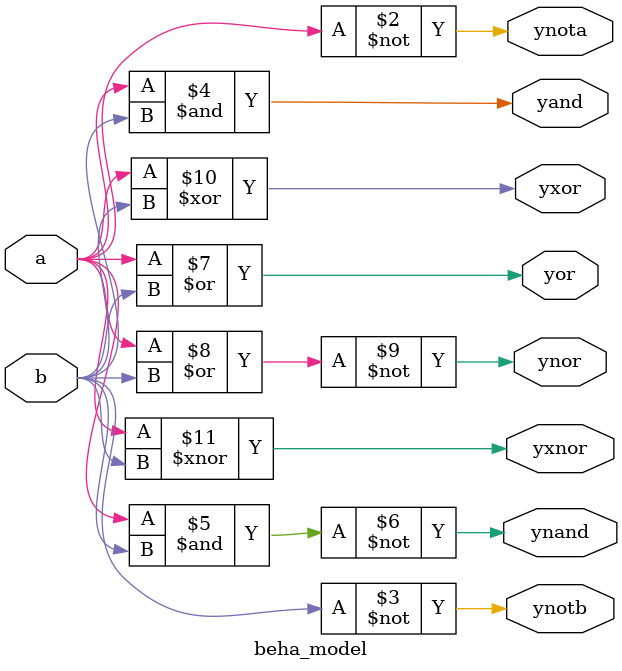
<source format=v>
module beha_model(a,b,ynota,ynotb,yand,ynand,yor,ynor,yxor,yxnor);
input a,b;
output reg ynota,ynotb,yand,ynand,yor,ynor,yxor,yxnor;
always@*
begin
ynota=~a;
ynotb=~b;
yand=a&b;
ynand=~(a&b);
yor=a|b;
ynor=~(a|b);
yxor=a^b;
yxnor= a~^b;
end
endmodule


</source>
